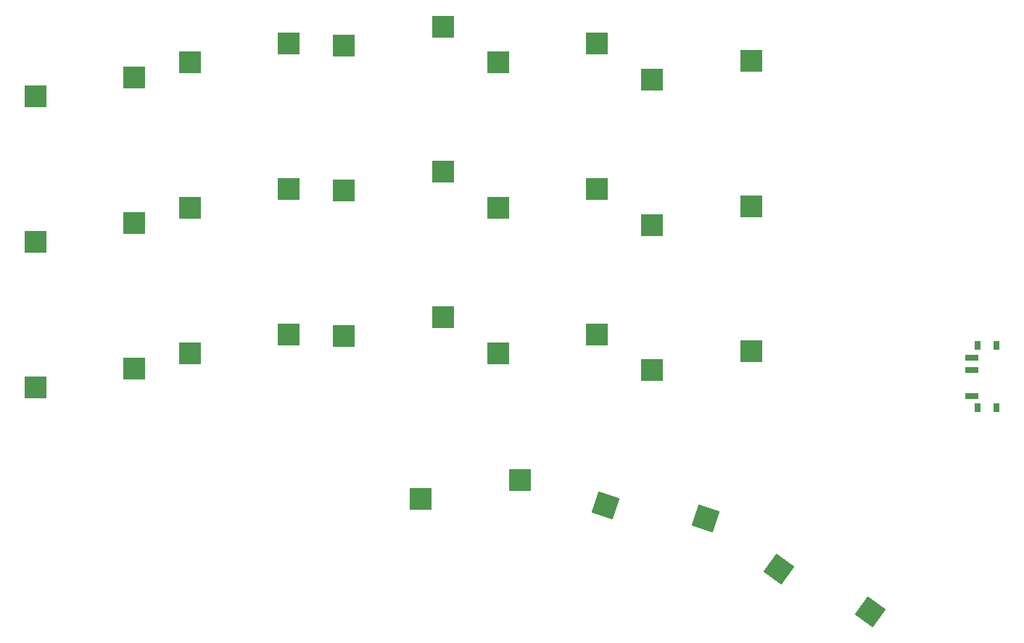
<source format=gbr>
%TF.GenerationSoftware,KiCad,Pcbnew,7.0.9*%
%TF.CreationDate,2023-11-22T09:36:00+00:00*%
%TF.ProjectId,vee_board_routed,7665655f-626f-4617-9264-5f726f757465,v1.0.0*%
%TF.SameCoordinates,Original*%
%TF.FileFunction,Paste,Top*%
%TF.FilePolarity,Positive*%
%FSLAX46Y46*%
G04 Gerber Fmt 4.6, Leading zero omitted, Abs format (unit mm)*
G04 Created by KiCad (PCBNEW 7.0.9) date 2023-11-22 09:36:00*
%MOMM*%
%LPD*%
G01*
G04 APERTURE LIST*
G04 Aperture macros list*
%AMRotRect*
0 Rectangle, with rotation*
0 The origin of the aperture is its center*
0 $1 length*
0 $2 width*
0 $3 Rotation angle, in degrees counterclockwise*
0 Add horizontal line*
21,1,$1,$2,0,0,$3*%
G04 Aperture macros list end*
%ADD10R,2.600000X2.600000*%
%ADD11R,0.800000X1.000000*%
%ADD12R,1.500000X0.700000*%
%ADD13RotRect,2.600000X2.600000X324.000000*%
%ADD14RotRect,2.600000X2.600000X342.000000*%
G04 APERTURE END LIST*
D10*
%TO.C,S11*%
X239495000Y-130320000D03*
X227945000Y-132520000D03*
%TD*%
%TO.C,S4*%
X203495000Y-147320000D03*
X191945000Y-149520000D03*
%TD*%
%TO.C,S9*%
X221495000Y-111320000D03*
X209945000Y-113520000D03*
%TD*%
%TO.C,S12*%
X239495000Y-113320000D03*
X227945000Y-115520000D03*
%TD*%
%TO.C,S5*%
X203495000Y-130320000D03*
X191945000Y-132520000D03*
%TD*%
%TO.C,S1*%
X185495000Y-151320000D03*
X173945000Y-153520000D03*
%TD*%
D11*
%TO.C,T1*%
X283940000Y-155920000D03*
X286150000Y-155920000D03*
D12*
X283290000Y-150020000D03*
D11*
X283940000Y-148620000D03*
X286150000Y-148620000D03*
D12*
X283290000Y-154520000D03*
X283290000Y-151520000D03*
%TD*%
D10*
%TO.C,S2*%
X185495000Y-134320000D03*
X173945000Y-136520000D03*
%TD*%
%TO.C,S8*%
X221495000Y-128320000D03*
X209945000Y-130520000D03*
%TD*%
%TO.C,S13*%
X257495000Y-149320000D03*
X245945000Y-151520000D03*
%TD*%
%TO.C,S16*%
X230495000Y-164320000D03*
X218945000Y-166520000D03*
%TD*%
D13*
%TO.C,S18*%
X271366853Y-179781346D03*
X260729579Y-174772263D03*
%TD*%
D10*
%TO.C,S3*%
X185495000Y-117320000D03*
X173945000Y-119520000D03*
%TD*%
%TO.C,S7*%
X221495000Y-145320000D03*
X209945000Y-147520000D03*
%TD*%
%TO.C,S10*%
X239495000Y-147320000D03*
X227945000Y-149520000D03*
%TD*%
%TO.C,S14*%
X257495000Y-132320000D03*
X245945000Y-134520000D03*
%TD*%
%TO.C,S6*%
X203495000Y-113320000D03*
X191945000Y-115520000D03*
%TD*%
%TO.C,S15*%
X257495000Y-115320000D03*
X245945000Y-117520000D03*
%TD*%
D14*
%TO.C,S17*%
X252173361Y-168823244D03*
X240508821Y-167346422D03*
%TD*%
M02*

</source>
